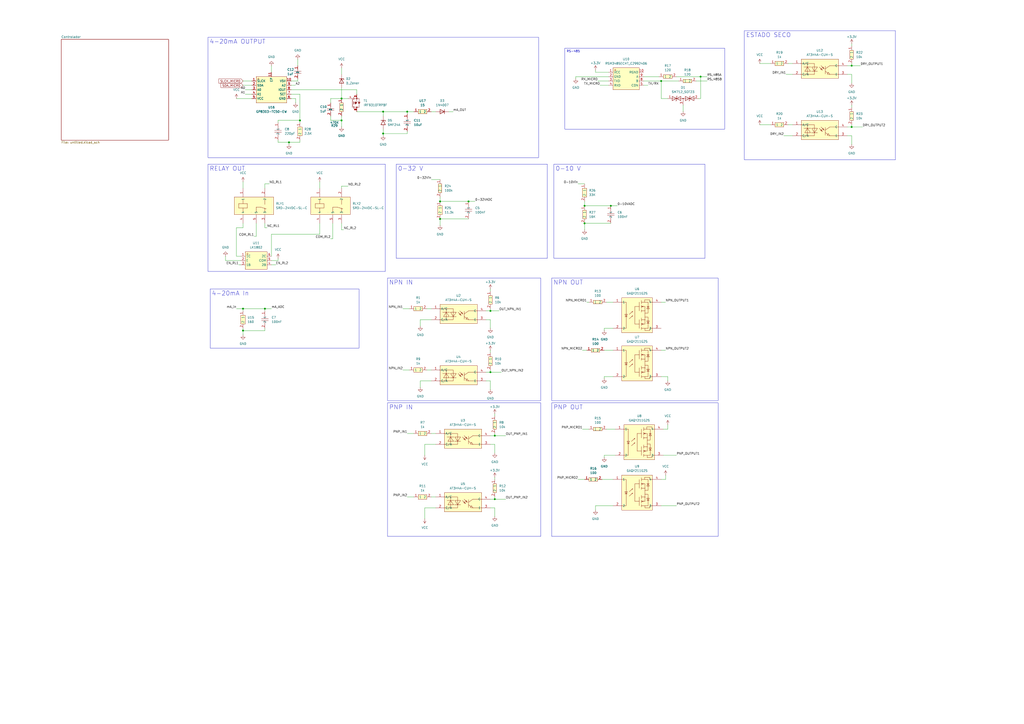
<source format=kicad_sch>
(kicad_sch (version 20250114) (generator "eeschema") (generator_version "9.0")
  (paper "A2")
  (lib_symbols
    (symbol "Device:D_Zener" (pin_numbers (hide yes)) (pin_names (offset 1.016) (hide yes))
      (property "Reference" "D" (at 0 2.54 0))
      (property "Value" "D_Zener" (at 0 -2.54 0))
      (symbol "D_Zener_1_1"
        (pin passive line (at -3.81 0 0) (length 2.54) (name "K") (number "1"))
        (pin passive line (at 3.81 0 180) (length 2.54) (name "A") (number "2"))
      )
    )
    (symbol "Diode:1N4007" (pin_numbers (hide yes)) (pin_names (hide yes))
      (property "Reference" "D" (at 0 2.54 0))
      (property "Value" "1N4007" (at 0 -2.54 0))
      (symbol "1N4007_1_1"
        (pin passive line (at -3.81 0 0) (length 2.54) (name "K") (number "1"))
        (pin passive line (at 3.81 0 180) (length 2.54) (name "A") (number "2"))
      )
    )
    (symbol "Diode:SM712_SOT23" (pin_names (offset 1.016) (hide yes))
      (property "Reference" "D" (at 0 4.445 0))
      (property "Value" "SM712_SOT23" (at 0 2.54 0))
      (symbol "SM712_SOT23_1_1"
        (pin passive line (at -8.89 0 0) (length 2.54) (name "A1") (number "1"))
        (pin input line (at 0 -3.81 90) (length 2.54) (name "common") (number "3"))
        (pin passive line (at 8.89 0 180) (length 2.54) (name "A2") (number "2"))
      )
    )
    (symbol "Diode:SMF24A" (pin_numbers (hide yes)) (pin_names (offset 1.016) (hide yes))
      (property "Reference" "D" (at 0 2.54 0))
      (property "Value" "SMF24A" (at 0 -2.54 0))
      (symbol "SMF24A_1_1"
        (pin passive line (at -3.81 0 0) (length 2.54) (name "A1") (number "1"))
        (pin passive line (at 3.81 0 180) (length 2.54) (name "A2") (number "2"))
      )
    )
    (symbol "EasyEDA:AC0805FR-7W1KL"
      (property "Reference" "R" (at 0 5.08 0))
      (property "Value" "AC0805FR-7W1KL" (at 0 -5.08 0))
      (symbol "AC0805FR-7W1KL_0_1"
        (pin unspecified line (at -5.08 0 0) (length 2.54) (name "1") (number "1"))
        (pin unspecified line (at 5.08 0 180) (length 2.54) (name "2") (number "2"))
      )
    )
    (symbol "EasyEDA:AT3H4A-CUH-S"
      (property "Reference" "U" (at 0 8.89 0))
      (property "Value" "AT3H4A-CUH-S" (at 0 -7.62 0))
      (symbol "AT3H4A-CUH-S_0_1"
        (pin unspecified line (at -16.51 3.81 0) (length 5.08) (name "A/C") (number "1"))
        (pin unspecified line (at -16.51 -2.54 0) (length 5.08) (name "C/A") (number "2"))
        (pin unspecified line (at 15.24 2.54 180) (length 5.08) (name "C") (number "4"))
        (pin unspecified line (at 15.24 -2.54 180) (length 5.08) (name "E") (number "3"))
      )
    )
    (symbol "EasyEDA:CC0603KRX7R8BB221"
      (property "Reference" "C" (at 0 5.08 0))
      (property "Value" "CC0603KRX7R8BB221" (at 0 -5.08 0))
      (symbol "CC0603KRX7R8BB221_0_1"
        (pin unspecified line (at -5.08 0 0) (length 2.54) (name "1") (number "1"))
        (pin unspecified line (at 5.08 0 180) (length 2.54) (name "2") (number "2"))
      )
    )
    (symbol "EasyEDA:CC0603KRX7R9BB104"
      (property "Reference" "C" (at 0 5.08 0))
      (property "Value" "CC0603KRX7R9BB104" (at 0 -5.08 0))
      (symbol "CC0603KRX7R9BB104_0_1"
        (pin unspecified line (at -5.08 0 0) (length 2.54) (name "1") (number "1"))
        (pin unspecified line (at 5.08 0 180) (length 2.54) (name "2") (number "2"))
      )
    )
    (symbol "EasyEDA:CL21B105KOFNNNE"
      (property "Reference" "C" (at 0 5.08 0))
      (property "Value" "CL21B105KOFNNNE" (at 0 -5.08 0))
      (symbol "CL21B105KOFNNNE_0_1"
        (pin input line (at -3.81 0 0) (length 2.54) (name "1") (number "1"))
        (pin input line (at 3.81 0 180) (length 2.54) (name "2") (number "2"))
      )
    )
    (symbol "EasyEDA:CL21B106KAYQNNE"
      (property "Reference" "C" (at 0 5.08 0))
      (property "Value" "CL21B106KAYQNNE" (at 0 -5.08 0))
      (symbol "CL21B106KAYQNNE_0_1"
        (pin unspecified line (at -5.08 0 0) (length 2.54) (name "1") (number "1"))
        (pin unspecified line (at 5.08 0 180) (length 2.54) (name "2") (number "2"))
      )
    )
    (symbol "EasyEDA:FRC0603F1132TS"
      (property "Reference" "R" (at 0 5.08 0))
      (property "Value" "FRC0603F1132TS" (at 0 -5.08 0))
      (symbol "FRC0603F1132TS_0_1"
        (pin unspecified line (at -5.08 0 0) (length 2.54) (name "1") (number "1"))
        (pin unspecified line (at 5.08 0 180) (length 2.54) (name "2") (number "2"))
      )
    )
    (symbol "EasyEDA:FRC0603F3302TS"
      (property "Reference" "R" (at 0 5.08 0))
      (property "Value" "FRC0603F3302TS" (at 0 -5.08 0))
      (symbol "FRC0603F3302TS_0_1"
        (pin unspecified line (at -5.08 0 0) (length 2.54) (name "1") (number "1"))
        (pin unspecified line (at 5.08 0 180) (length 2.54) (name "2") (number "2"))
      )
    )
    (symbol "EasyEDA:FRC0805F1600TS"
      (property "Reference" "U" (at 0 5.08 0))
      (property "Value" "FRC0805F1600TS" (at 0 -5.08 0))
      (symbol "FRC0805F1600TS_0_1"
        (pin unspecified line (at -5.08 0 0) (length 2.54) (name "1") (number "1"))
        (pin unspecified line (at 5.08 0 180) (length 2.54) (name "2") (number "2"))
      )
    )
    (symbol "EasyEDA:FRP1206F15R0TSN"
      (property "Reference" "U" (at 0 5.08 0))
      (property "Value" "FRP1206F15R0TSN" (at 0 -5.08 0))
      (symbol "FRP1206F15R0TSN_0_1"
        (pin unspecified line (at -5.08 0 0) (length 2.54) (name "1") (number "1"))
        (pin unspecified line (at 5.08 0 180) (length 2.54) (name "2") (number "2"))
      )
    )
    (symbol "EasyEDA:FRQ0805F2501TS"
      (property "Reference" "R" (at 0 5.08 0))
      (property "Value" "FRQ0805F2501TS" (at 0 -5.08 0))
      (symbol "FRQ0805F2501TS_0_1"
        (pin unspecified line (at -5.08 0 0) (length 2.54) (name "1") (number "1"))
        (pin unspecified line (at 5.08 0 180) (length 2.54) (name "2") (number "2"))
      )
    )
    (symbol "EasyEDA:GAQY211G2S"
      (property "Reference" "U" (at 0 12.7 0))
      (property "Value" "GAQY211G2S" (at 0 -12.7 0))
      (symbol "GAQY211G2S_0_1"
        (pin unspecified line (at -12.7 7.62 0) (length 5.08) (name "1") (number "1"))
        (pin unspecified line (at -12.7 -7.62 0) (length 5.08) (name "2") (number "2"))
        (pin unspecified line (at 15.24 7.62 180) (length 5.08) (name "4") (number "4"))
        (pin unspecified line (at 15.24 -7.62 180) (length 5.08) (name "3") (number "3"))
      )
    )
    (symbol "EasyEDA:GP8303-TC50-EW"
      (property "Reference" "U" (at 0 15.24 0))
      (property "Value" "GP8303-TC50-EW" (at 0 -10.16 0))
      (symbol "GP8303-TC50-EW_0_1"
        (pin unspecified line (at -11.43 5.08 0) (length 2.54) (name "SLCK") (number "1"))
        (pin unspecified line (at -11.43 2.54 0) (length 2.54) (name "SDA") (number "2"))
        (pin unspecified line (at -11.43 0 0) (length 2.54) (name "A0") (number "3"))
        (pin unspecified line (at -11.43 -2.54 0) (length 2.54) (name "A1") (number "4"))
        (pin unspecified line (at -11.43 -5.08 0) (length 2.54) (name "VCC") (number "5"))
        (pin unspecified line (at 0 10.16 270) (length 2.54) (name "EP") (number "11"))
        (pin unspecified line (at 11.43 5.08 180) (length 2.54) (name "V5V") (number "10"))
        (pin unspecified line (at 11.43 2.54 180) (length 2.54) (name "A2") (number "9"))
        (pin unspecified line (at 11.43 0 180) (length 2.54) (name "IOUT") (number "8"))
        (pin unspecified line (at 11.43 -2.54 180) (length 2.54) (name "SET") (number "7"))
        (pin unspecified line (at 11.43 -5.08 180) (length 2.54) (name "GND") (number "6"))
      )
    )
    (symbol "EasyEDA:LK1802"
      (property "Reference" "U" (at 0 7.62 0))
      (property "Value" "LK1802" (at 0 -7.62 0))
      (symbol "LK1802_0_1"
        (pin unspecified line (at -8.89 2.54 0) (length 2.54) (name "1C") (number "1"))
        (pin unspecified line (at -8.89 0 0) (length 2.54) (name "E") (number "2"))
        (pin unspecified line (at -8.89 -2.54 0) (length 2.54) (name "1B") (number "3"))
        (pin unspecified line (at 8.89 2.54 180) (length 2.54) (name "2C") (number "6"))
        (pin unspecified line (at 8.89 0 180) (length 2.54) (name "COM") (number "5"))
        (pin unspecified line (at 8.89 -2.54 180) (length 2.54) (name "2B") (number "4"))
      )
    )
    (symbol "EasyEDA:RC0603FR-07100KL"
      (property "Reference" "R" (at 0 5.08 0))
      (property "Value" "RC0603FR-07100KL" (at 0 -5.08 0))
      (symbol "RC0603FR-07100KL_0_1"
        (pin unspecified line (at -5.08 0 0) (length 2.54) (name "1") (number "1"))
        (pin unspecified line (at 5.08 0 180) (length 2.54) (name "2") (number "2"))
      )
    )
    (symbol "EasyEDA:RC0603FR-07100RL"
      (property "Reference" "R" (at 0 5.08 0))
      (property "Value" "RC0603FR-07100RL" (at 0 -5.08 0))
      (symbol "RC0603FR-07100RL_0_1"
        (pin input line (at -5.08 0 0) (length 2.54) (name "1") (number "1"))
        (pin input line (at 5.08 0 180) (length 2.54) (name "2") (number "2"))
      )
    )
    (symbol "EasyEDA:RC0603FR-0710KL"
      (property "Reference" "R" (at 0 5.08 0))
      (property "Value" "RC0603FR-0710KL" (at 0 -5.08 0))
      (symbol "RC0603FR-0710KL_0_1"
        (pin input line (at -5.08 0 0) (length 2.54) (name "1") (number "1"))
        (pin input line (at 5.08 0 180) (length 2.54) (name "2") (number "2"))
      )
    )
    (symbol "EasyEDA:RC0603FR-07120RL"
      (property "Reference" "R" (at 0 5.08 0))
      (property "Value" "RC0603FR-07120RL" (at 0 -5.08 0))
      (symbol "RC0603FR-07120RL_0_1"
        (pin input line (at -5.08 0 0) (length 2.54) (name "1") (number "1"))
        (pin input line (at 5.08 0 180) (length 2.54) (name "2") (number "2"))
      )
    )
    (symbol "EasyEDA:RC0603FR-0716KL"
      (property "Reference" "R" (at 0 5.08 0))
      (property "Value" "RC0603FR-0716KL" (at 0 -5.08 0))
      (symbol "RC0603FR-0716KL_0_1"
        (pin input line (at -5.08 0 0) (length 2.54) (name "1") (number "1"))
        (pin input line (at 5.08 0 180) (length 2.54) (name "2") (number "2"))
      )
    )
    (symbol "EasyEDA:RC0603FR-07470KL"
      (property "Reference" "R" (at 0 5.08 0))
      (property "Value" "RC0603FR-07470KL" (at 0 -5.08 0))
      (symbol "RC0603FR-07470KL_0_1"
        (pin input line (at -5.08 0 0) (length 2.54) (name "1") (number "1"))
        (pin input line (at 5.08 0 180) (length 2.54) (name "2") (number "2"))
      )
    )
    (symbol "EasyEDA:RSM3485ECHT_C2992406"
      (property "Reference" "U" (at 0 8.89 0))
      (property "Value" "RSM3485ECHT_C2992406" (at 0 -8.89 0))
      (symbol "RSM3485ECHT_C2992406_0_1"
        (pin unspecified line (at -10.16 3.81 0) (length 2.54) (name "VCC") (number "1"))
        (pin unspecified line (at -10.16 1.27 0) (length 2.54) (name "GND") (number "2"))
        (pin unspecified line (at -10.16 -1.27 0) (length 2.54) (name "TXD") (number "3"))
        (pin unspecified line (at -10.16 -3.81 0) (length 2.54) (name "RXD") (number "4"))
        (pin unspecified line (at 10.16 3.81 180) (length 2.54) (name "RGND") (number "10"))
        (pin unspecified line (at 10.16 1.27 180) (length 2.54) (name "A") (number "9"))
        (pin unspecified line (at 10.16 -1.27 180) (length 2.54) (name "B") (number "8"))
        (pin unspecified line (at 10.16 -3.81 180) (length 2.54) (name "CON") (number "5"))
      )
    )
    (symbol "EasyEDA:SRD-24VDC-SL-C"
      (property "Reference" "RLY" (at 0 11.43 0))
      (property "Value" "SRD-24VDC-SL-C" (at 0 -11.43 0))
      (symbol "SRD-24VDC-SL-C_0_1"
        (pin input line (at -10.16 6.35 0) (length 5.08) (name "2") (number "2"))
        (pin input line (at -10.16 -6.35 0) (length 5.08) (name "1") (number "1"))
        (pin input line (at 10.16 6.35 180) (length 5.08) (name "3") (number "3"))
        (pin input line (at 10.16 1.27 180) (length 5.08) (name "5") (number "5"))
        (pin input line (at 10.16 -6.35 180) (length 5.08) (name "4") (number "4"))
      )
    )
    (symbol "Riqi_Parts:IRF9310TRPBF" (pin_names (offset 1.016))
      (property "Reference" "T" (at -6.35 -1.27 0))
      (property "Value" "IRF9310TRPBF" (at -6.35 -3.81 0))
      (symbol "IRF9310TRPBF_0_0"
        (pin passive line (at -2.54 2.54 0) (length 2.54) (name "~") (number "4"))
        (pin passive line (at 2.54 5.08 270) (length 2.54) (name "~") (number "1"))
        (pin passive line (at 2.54 5.08 270) (length 2.54) (name "~") (number "2"))
        (pin passive line (at 2.54 5.08 270) (length 2.54) (name "~") (number "3"))
        (pin passive line (at 2.54 -5.08 90) (length 2.54) (name "~") (number "5"))
        (pin passive line (at 2.54 -5.08 90) (length 2.54) (name "~") (number "6"))
        (pin passive line (at 2.54 -5.08 90) (length 2.54) (name "~") (number "7"))
        (pin passive line (at 2.54 -5.08 90) (length 2.54) (name "~") (number "8"))
      )
    )
    (symbol "power:+3.3V" (power) (pin_numbers (hide yes)) (pin_names (offset 0) (hide yes))
      (property "Value" "+3.3V" (at 0 3.556 0))
      (symbol "+3.3V_1_1"
        (pin power_in line (at 0 0 90) (length 0) (name "~") (number "1"))
      )
    )
    (symbol "power:GND" (power) (pin_numbers (hide yes)) (pin_names (offset 0) (hide yes))
      (property "Value" "GND" (at 0 -3.81 0))
      (symbol "GND_1_1"
        (pin power_in line (at 0 0 270) (length 0) (name "~") (number "1"))
      )
    )
    (symbol "power:VCC" (power) (pin_numbers (hide yes)) (pin_names (offset 0) (hide yes))
      (property "Value" "VCC" (at 0 3.556 0))
      (symbol "VCC_1_1"
        (pin power_in line (at 0 0 90) (length 0) (name "~") (number "1"))
      )
    )
  )
  (text_box "PNP IN\n" (at 224.79 233.68 0) (size 88.9 77.47) (margins 0.9525 0.9525 0.9525 0.9525) (effects (font (size 2.54 2.54)) (justify left top)))
  (text_box "0-10 V" (at 321.31 95.25 0) (size 87.63 54.61) (margins 0.9525 0.9525 0.9525 0.9525) (effects (font (size 2.54 2.54)) (justify left top)))
  (text_box "0-32 V" (at 229.87 95.25 0) (size 87.63 54.61) (margins 0.9525 0.9525 0.9525 0.9525) (effects (font (size 2.54 2.54)) (justify left top)))
  (text_box "RELAY OUT\n" (at 120.65 95.25 0) (size 102.87 62.23) (margins 0.9525 0.9525 0.9525 0.9525) (effects (font (size 2.54 2.54)) (justify left top)))
  (text_box "ESTADO SECO" (at 431.8 17.78 0) (size 87.63 74.93) (margins 0.9525 0.9525 0.9525 0.9525) (effects (font (size 2.54 2.54)) (justify left top)))
  (text_box "4-20mA OUTPUT" (at 120.65 21.59 0) (size 191.77 69.85) (margins 0.9525 0.9525 0.9525 0.9525) (effects (font (size 2.54 2.54)) (justify left top)))
  (text_box "4-20mA In" (at 121.92 167.64 0) (size 86.36 34.29) (margins 0.9525 0.9525 0.9525 0.9525) (effects (font (size 2.54 2.54)) (justify left top)))
  (text_box "NPN OUT\n" (at 320.04 161.29 0) (size 96.52 71.12) (margins 0.9525 0.9525 0.9525 0.9525) (effects (font (size 2.54 2.54)) (justify left top)))
  (text_box "NPN IN\n\n\n" (at 224.79 161.29 0) (size 88.9 71.12) (margins 0.9525 0.9525 0.9525 0.9525) (effects (font (size 2.54 2.54)) (justify left top)))
  (text_box "RS-485" (at 327.66 27.94 0) (size 92.71 46.99) (margins 0.9525 0.9525 0.9525 0.9525) (effects (font (size 1.27 1.27)) (justify left top)))
  (text_box "PNP OUT\n" (at 320.04 233.68 0) (size 96.52 77.47) (margins 0.9525 0.9525 0.9525 0.9525) (effects (font (size 2.54 2.54)) (justify left top)))
  (junction (at 494.03 73.66))
  (junction (at 173.99 69.85))
  (junction (at 222.25 77.47))
  (junction (at 494.03 38.1))
  (junction (at 167.64 82.55))
  (junction (at 287.02 252.73))
  (junction (at 271.78 116.84))
  (junction (at 284.48 215.9))
  (junction (at 198.12 69.85))
  (junction (at 153.67 179.07))
  (junction (at 339.09 129.54))
  (junction (at 287.02 289.56))
  (junction (at 140.97 179.07))
  (junction (at 284.48 180.34))
  (junction (at 236.22 64.77))
  (junction (at 354.33 119.38))
  (junction (at 339.09 119.38))
  (junction (at 255.27 116.84))
  (junction (at 140.97 191.77))
  (junction (at 222.25 64.77))
  (junction (at 406.4 44.45))
  (junction (at 255.27 127))
  (junction (at 198.12 57.15))
  (junction (at 383.54 46.99))
  (wire (pts (xy 373.38 46.99) (xy 383.54 46.99)))
  (wire (pts (xy 255.27 114.3) (xy 255.27 116.84)))
  (wire (pts (xy 494.03 38.1) (xy 499.11 38.1)))
  (wire (pts (xy 153.67 106.68) (xy 153.67 109.22)))
  (wire (pts (xy 243.84 189.23) (xy 243.84 185.42)))
  (wire (pts (xy 157.48 38.1) (xy 157.48 41.91)))
  (wire (pts (xy 284.48 220.98) (xy 281.94 220.98)))
  (wire (pts (xy 494.03 60.96) (xy 494.03 62.23)))
  (wire (pts (xy 287.02 262.89) (xy 287.02 257.81)))
  (wire (pts (xy 199.39 133.35) (xy 198.12 133.35)))
  (wire (pts (xy 387.35 57.15) (xy 383.54 57.15)))
  (wire (pts (xy 440.69 72.39) (xy 447.04 72.39)))
  (wire (pts (xy 287.02 251.46) (xy 287.02 252.73)))
  (wire (pts (xy 383.54 46.99) (xy 393.7 46.99)))
  (wire (pts (xy 345.44 41.91) (xy 353.06 41.91)))
  (wire (pts (xy 142.24 54.61) (xy 146.05 54.61)))
  (wire (pts (xy 140.97 179.07) (xy 153.67 179.07)))
  (wire (pts (xy 457.2 72.39) (xy 459.74 72.39)))
  (wire (pts (xy 494.03 73.66) (xy 491.49 73.66)))
  (wire (pts (xy 334.01 44.45) (xy 353.06 44.45)))
  (wire (pts (xy 140.97 105.41) (xy 140.97 109.22)))
  (wire (pts (xy 457.2 36.83) (xy 459.74 36.83)))
  (wire (pts (xy 284.48 167.64) (xy 284.48 168.91)))
  (wire (pts (xy 494.03 72.39) (xy 494.03 73.66)))
  (wire (pts (xy 351.79 248.92) (xy 356.87 248.92)))
  (wire (pts (xy 173.99 54.61) (xy 173.99 69.85)))
  (wire (pts (xy 173.99 82.55) (xy 167.64 82.55)))
  (wire (pts (xy 247.65 214.63) (xy 250.19 214.63)))
  (wire (pts (xy 454.66 78.74) (xy 459.74 78.74)))
  (wire (pts (xy 339.09 129.54) (xy 339.09 133.35)))
  (wire (pts (xy 198.12 69.85) (xy 198.12 73.66)))
  (wire (pts (xy 168.91 52.07) (xy 207.01 52.07)))
  (wire (pts (xy 222.25 64.77) (xy 207.01 64.77)))
  (wire (pts (xy 383.54 293.37) (xy 392.43 293.37)))
  (wire (pts (xy 345.44 40.64) (xy 345.44 41.91)))
  (wire (pts (xy 387.35 248.92) (xy 384.81 248.92)))
  (wire (pts (xy 287.02 294.64) (xy 284.48 294.64)))
  (wire (pts (xy 440.69 36.83) (xy 447.04 36.83)))
  (wire (pts (xy 236.22 64.77) (xy 240.03 64.77)))
  (wire (pts (xy 246.38 294.64) (xy 252.73 294.64)))
  (wire (pts (xy 494.03 36.83) (xy 494.03 38.1)))
  (wire (pts (xy 284.48 179.07) (xy 284.48 180.34)))
  (wire (pts (xy 373.38 44.45) (xy 382.27 44.45)))
  (wire (pts (xy 403.86 46.99) (xy 410.21 46.99)))
  (wire (pts (xy 284.48 185.42) (xy 281.94 185.42)))
  (wire (pts (xy 250.19 288.29) (xy 252.73 288.29)))
  (wire (pts (xy 233.68 214.63) (xy 237.49 214.63)))
  (wire (pts (xy 222.25 74.93) (xy 222.25 77.47)))
  (wire (pts (xy 287.02 299.72) (xy 287.02 294.64)))
  (wire (pts (xy 287.02 276.86) (xy 287.02 278.13)))
  (wire (pts (xy 153.67 179.07) (xy 157.48 179.07)))
  (wire (pts (xy 405.13 57.15) (xy 406.4 57.15)))
  (wire (pts (xy 191.77 69.85) (xy 198.12 69.85)))
  (wire (pts (xy 386.08 278.13) (xy 383.54 278.13)))
  (wire (pts (xy 167.64 82.55) (xy 167.64 83.82)))
  (wire (pts (xy 198.12 69.85) (xy 198.12 67.31)))
  (wire (pts (xy 287.02 257.81) (xy 284.48 257.81)))
  (wire (pts (xy 153.67 132.08) (xy 153.67 129.54)))
  (wire (pts (xy 383.54 203.2) (xy 386.08 203.2)))
  (wire (pts (xy 250.19 251.46) (xy 252.73 251.46)))
  (wire (pts (xy 392.43 44.45) (xy 406.4 44.45)))
  (wire (pts (xy 198.12 39.37) (xy 198.12 43.18)))
  (wire (pts (xy 349.25 278.13) (xy 355.6 278.13)))
  (wire (pts (xy 387.35 246.38) (xy 387.35 248.92)))
  (wire (pts (xy 153.67 179.07) (xy 153.67 180.34)))
  (wire (pts (xy 236.22 66.04) (xy 236.22 64.77)))
  (wire (pts (xy 284.48 215.9) (xy 281.94 215.9)))
  (wire (pts (xy 172.72 45.72) (xy 172.72 46.99)))
  (wire (pts (xy 345.44 293.37) (xy 355.6 293.37)))
  (wire (pts (xy 284.48 190.5) (xy 284.48 185.42)))
  (wire (pts (xy 161.29 69.85) (xy 161.29 71.12)))
  (wire (pts (xy 168.91 54.61) (xy 173.99 54.61)))
  (wire (pts (xy 250.19 104.14) (xy 255.27 104.14)))
  (wire (pts (xy 284.48 180.34) (xy 289.56 180.34)))
  (wire (pts (xy 339.09 119.38) (xy 354.33 119.38)))
  (wire (pts (xy 246.38 257.81) (xy 246.38 264.16)))
  (wire (pts (xy 191.77 138.43) (xy 193.04 138.43)))
  (wire (pts (xy 287.02 240.03) (xy 287.02 241.3)))
  (wire (pts (xy 140.97 190.5) (xy 140.97 191.77)))
  (wire (pts (xy 284.48 203.2) (xy 284.48 204.47)))
  (wire (pts (xy 168.91 49.53) (xy 171.45 49.53)))
  (wire (pts (xy 233.68 179.07) (xy 237.49 179.07)))
  (wire (pts (xy 386.08 275.59) (xy 386.08 278.13)))
  (wire (pts (xy 142.24 52.07) (xy 146.05 52.07)))
  (wire (pts (xy 146.05 49.53) (xy 140.97 49.53)))
  (wire (pts (xy 191.77 59.69) (xy 191.77 57.15)))
  (wire (pts (xy 198.12 50.8) (xy 198.12 57.15)))
  (wire (pts (xy 146.05 46.99) (xy 140.97 46.99)))
  (wire (pts (xy 396.24 60.96) (xy 396.24 64.77)))
  (wire (pts (xy 350.52 190.5) (xy 355.6 190.5)))
  (wire (pts (xy 148.59 137.16) (xy 148.59 129.54)))
  (wire (pts (xy 172.72 46.99) (xy 168.91 46.99)))
  (wire (pts (xy 287.02 289.56) (xy 293.37 289.56)))
  (wire (pts (xy 351.79 175.26) (xy 355.6 175.26)))
  (wire (pts (xy 350.52 191.77) (xy 350.52 190.5)))
  (wire (pts (xy 350.52 265.43) (xy 350.52 264.16)))
  (wire (pts (xy 130.81 151.13) (xy 139.7 151.13)))
  (wire (pts (xy 157.48 148.59) (xy 157.48 135.89)))
  (wire (pts (xy 137.16 179.07) (xy 140.97 179.07)))
  (wire (pts (xy 236.22 64.77) (xy 222.25 64.77)))
  (wire (pts (xy 255.27 127) (xy 271.78 127)))
  (wire (pts (xy 171.45 57.15) (xy 168.91 57.15)))
  (wire (pts (xy 287.02 252.73) (xy 293.37 252.73)))
  (wire (pts (xy 161.29 151.13) (xy 157.48 151.13)))
  (wire (pts (xy 284.48 215.9) (xy 290.83 215.9)))
  (wire (pts (xy 198.12 133.35) (xy 198.12 129.54)))
  (wire (pts (xy 287.02 252.73) (xy 284.48 252.73)))
  (wire (pts (xy 222.25 77.47) (xy 222.25 78.74)))
  (wire (pts (xy 255.27 116.84) (xy 271.78 116.84)))
  (wire (pts (xy 373.38 49.53) (xy 375.92 49.53)))
  (wire (pts (xy 337.82 203.2) (xy 340.36 203.2)))
  (wire (pts (xy 236.22 288.29) (xy 240.03 288.29)))
  (wire (pts (xy 140.97 179.07) (xy 140.97 180.34)))
  (wire (pts (xy 354.33 119.38) (xy 358.14 119.38)))
  (wire (pts (xy 494.03 25.4) (xy 494.03 26.67)))
  (wire (pts (xy 350.52 203.2) (xy 355.6 203.2)))
  (wire (pts (xy 346.71 46.99) (xy 353.06 46.99)))
  (wire (pts (xy 494.03 43.18) (xy 491.49 43.18)))
  (wire (pts (xy 201.93 107.95) (xy 198.12 107.95)))
  (wire (pts (xy 161.29 69.85) (xy 173.99 69.85)))
  (wire (pts (xy 161.29 149.86) (xy 161.29 151.13)))
  (wire (pts (xy 198.12 107.95) (xy 198.12 109.22)))
  (wire (pts (xy 236.22 77.47) (xy 236.22 76.2)))
  (wire (pts (xy 157.48 135.89) (xy 185.42 135.89)))
  (wire (pts (xy 246.38 294.64) (xy 246.38 300.99)))
  (wire (pts (xy 140.97 132.08) (xy 140.97 129.54)))
  (wire (pts (xy 384.81 264.16) (xy 392.43 264.16)))
  (wire (pts (xy 157.48 153.67) (xy 160.02 153.67)))
  (wire (pts (xy 387.35 218.44) (xy 383.54 218.44)))
  (wire (pts (xy 191.77 57.15) (xy 198.12 57.15)))
  (wire (pts (xy 154.94 132.08) (xy 153.67 132.08)))
  (wire (pts (xy 243.84 220.98) (xy 243.84 224.79)))
  (wire (pts (xy 207.01 52.07) (xy 207.01 54.61)))
  (wire (pts (xy 284.48 214.63) (xy 284.48 215.9)))
  (wire (pts (xy 339.09 129.54) (xy 354.33 129.54)))
  (wire (pts (xy 198.12 57.15) (xy 201.93 57.15)))
  (wire (pts (xy 173.99 69.85) (xy 173.99 71.12)))
  (wire (pts (xy 383.54 175.26) (xy 386.08 175.26)))
  (wire (pts (xy 185.42 135.89) (xy 185.42 129.54)))
  (wire (pts (xy 222.25 67.31) (xy 222.25 64.77)))
  (wire (pts (xy 337.82 248.92) (xy 341.63 248.92)))
  (wire (pts (xy 255.27 127) (xy 255.27 130.81)))
  (wire (pts (xy 173.99 81.28) (xy 173.99 82.55)))
  (wire (pts (xy 137.16 57.15) (xy 146.05 57.15)))
  (wire (pts (xy 334.01 45.72) (xy 334.01 44.45)))
  (wire (pts (xy 494.03 83.82) (xy 494.03 78.74)))
  (wire (pts (xy 147.32 137.16) (xy 148.59 137.16)))
  (wire (pts (xy 387.35 220.98) (xy 387.35 218.44)))
  (wire (pts (xy 340.36 175.26) (xy 341.63 175.26)))
  (wire (pts (xy 153.67 190.5) (xy 153.67 191.77)))
  (wire (pts (xy 350.52 218.44) (xy 355.6 218.44)))
  (wire (pts (xy 191.77 67.31) (xy 191.77 69.85)))
  (wire (pts (xy 406.4 44.45) (xy 410.21 44.45)))
  (wire (pts (xy 140.97 191.77) (xy 140.97 194.31)))
  (wire (pts (xy 335.28 278.13) (xy 339.09 278.13)))
  (wire (pts (xy 172.72 34.29) (xy 172.72 38.1)))
  (wire (pts (xy 130.81 148.59) (xy 130.81 151.13)))
  (wire (pts (xy 284.48 180.34) (xy 281.94 180.34)))
  (wire (pts (xy 339.09 116.84) (xy 339.09 119.38)))
  (wire (pts (xy 455.93 43.18) (xy 459.74 43.18)))
  (wire (pts (xy 246.38 257.81) (xy 252.73 257.81)))
  (wire (pts (xy 236.22 77.47) (xy 222.25 77.47)))
  (wire (pts (xy 350.52 219.71) (xy 350.52 218.44)))
  (wire (pts (xy 345.44 295.91) (xy 345.44 293.37)))
  (wire (pts (xy 167.64 82.55) (xy 161.29 82.55)))
  (wire (pts (xy 185.42 105.41) (xy 185.42 109.22)))
  (wire (pts (xy 250.19 64.77) (xy 252.73 64.77)))
  (wire (pts (xy 193.04 138.43) (xy 193.04 129.54)))
  (wire (pts (xy 335.28 106.68) (xy 339.09 106.68)))
  (wire (pts (xy 247.65 179.07) (xy 250.19 179.07)))
  (wire (pts (xy 138.43 153.67) (xy 139.7 153.67)))
  (wire (pts (xy 161.29 82.55) (xy 161.29 81.28)))
  (wire (pts (xy 236.22 251.46) (xy 240.03 251.46)))
  (wire (pts (xy 171.45 59.69) (xy 171.45 57.15)))
  (wire (pts (xy 284.48 226.06) (xy 284.48 220.98)))
  (wire (pts (xy 494.03 78.74) (xy 491.49 78.74)))
  (wire (pts (xy 260.35 64.77) (xy 262.89 64.77)))
  (wire (pts (xy 137.16 148.59) (xy 137.16 132.08)))
  (wire (pts (xy 140.97 191.77) (xy 153.67 191.77)))
  (wire (pts (xy 287.02 288.29) (xy 287.02 289.56)))
  (wire (pts (xy 383.54 57.15) (xy 383.54 46.99)))
  (wire (pts (xy 243.84 220.98) (xy 250.19 220.98)))
  (wire (pts (xy 347.98 49.53) (xy 353.06 49.53)))
  (wire (pts (xy 243.84 185.42) (xy 250.19 185.42)))
  (wire (pts (xy 137.16 132.08) (xy 140.97 132.08)))
  (wire (pts (xy 494.03 38.1) (xy 491.49 38.1)))
  (wire (pts (xy 139.7 148.59) (xy 137.16 148.59)))
  (wire (pts (xy 287.02 289.56) (xy 284.48 289.56)))
  (wire (pts (xy 494.03 73.66) (xy 500.38 73.66)))
  (wire (pts (xy 494.03 48.26) (xy 494.03 43.18)))
  (wire (pts (xy 406.4 57.15) (xy 406.4 44.45)))
  (wire (pts (xy 271.78 116.84) (xy 275.59 116.84)))
  (wire (pts (xy 156.21 106.68) (xy 153.67 106.68)))
  (wire (pts (xy 350.52 264.16) (xy 356.87 264.16)))
  (label "NC_RL2" (at 199.39 133.35 0))
  (label "TX_MICRO" (at 347.98 49.53 180))
  (label "NPN_IN2" (at 233.68 214.63 180))
  (label "0-10VADC" (at 358.14 119.38 0))
  (label "mA_in" (at 137.16 179.07 180))
  (label "NPN_MICRO1" (at 340.36 175.26 180))
  (label "OUT_NPN_IN2" (at 290.83 215.9 0))
  (label "NPN_MICRO2" (at 337.82 203.2 180))
  (label "mA_OUT" (at 262.89 64.77 0))
  (label "PNP_IN2" (at 236.22 288.29 180))
  (label "DRY_IN1" (at 455.93 43.18 180))
  (label "OUT_NPN_IN1" (at 289.56 180.34 0))
  (label "DRY_OUTPUT1" (at 499.11 38.1 0))
  (label "COM_RL1" (at 147.32 137.16 180))
  (label "A2" (at 171.45 49.53 0))
  (label "PNP_MICRO2" (at 335.28 278.13 180))
  (label "TX{slash}RX" (at 375.92 49.53 0))
  (label "EN_RL2" (at 160.02 153.67 0))
  (label "OUT_PNP_IN1" (at 293.37 252.73 0))
  (label "RS_485B" (at 410.21 46.99 0))
  (label "EN_RL1" (at 138.43 153.67 180))
  (label "PNP_IN1" (at 236.22 251.46 180))
  (label "DRY_IN2" (at 454.66 78.74 180))
  (label "PNP_MICRO1" (at 337.82 248.92 180))
  (label "NO_RL1" (at 156.21 106.68 0))
  (label "NPN_OUTPUT2" (at 386.08 203.2 0))
  (label "PNP_OUTPUT1" (at 392.43 264.16 0))
  (label "NPN_OUTPUT1" (at 386.08 175.26 0))
  (label "NO_RL2" (at 201.93 107.95 0))
  (label "NPN_IN1" (at 233.68 179.07 180))
  (label "COM_RL2" (at 191.77 138.43 180))
  (label "0-32Vin" (at 250.19 104.14 180))
  (label "PNP_OUTPUT2" (at 392.43 293.37 0))
  (label "NC_RL1" (at 154.94 132.08 0))
  (label "0-10Vin" (at 335.28 106.68 180))
  (label "mA_ADC" (at 157.48 179.07 0))
  (label "OUT_PNP_IN2" (at 293.37 289.56 0))
  (label "0-32VADC" (at 275.59 116.84 0))
  (label "RS_485A" (at 410.21 44.45 0))
  (label "RX_MICRO" (at 346.71 46.99 180))
  (label "A0" (at 142.24 52.07 180))
  (label "A1" (at 142.24 54.61 180))
  (label "DRY_OUTPUT2" (at 500.38 73.66 0))
  (global_label "SDA_MICRO" (shape input) (at 140.97 49.53 180) (property "Intersheetrefs" "${INTERSHEET_REFS}" (effects (hide yes))))
  (global_label "SLCK_MICRO" (shape input) (at 140.97 46.99 180) (property "Intersheetrefs" "${INTERSHEET_REFS}" (effects (hide yes))))
  (symbol (lib_id "power:VCC") (at 161.29 149.86 0) (unit 1)
    (property "Reference" "#PWR031" (effects (hide yes)))
    (property "Value" "VCC" (at 161.29 144.78 0))
    (property "Description" "Power symbol creates a global label with name \"VCC\"" (effects (hide yes)))
  )
  (symbol (lib_id "power:GND") (at 350.52 265.43 0) (unit 1)
    (property "Reference" "#PWR021" (effects (hide yes)))
    (property "Value" "GND" (at 350.52 270.51 0))
    (property "Description" "Power symbol creates a global label with name \"GND\" , ground" (effects (hide yes)))
  )
  (symbol (lib_id "power:+3.3V") (at 284.48 167.64 0) (unit 1)
    (property "Reference" "#PWR07" (effects (hide yes)))
    (property "Value" "+3.3V" (at 284.48 163.576 0))
    (property "Description" "Power symbol creates a global label with name \"+3.3V\"" (effects (hide yes)))
  )
  (symbol (lib_id "power:+3.3V") (at 345.44 40.64 0) (unit 1)
    (property "Reference" "#PWR026" (effects (hide yes)))
    (property "Value" "+3.3V" (at 345.44 36.576 0))
    (property "Description" "Power symbol creates a global label with name \"+3.3V\"" (effects (hide yes)))
  )
  (symbol (lib_id "power:GND") (at 167.64 83.82 0) (unit 1)
    (property "Reference" "#PWR050" (effects (hide yes)))
    (property "Value" "GND" (at 167.64 88.9 0))
    (property "Description" "Power symbol creates a global label with name \"GND\" , ground" (effects (hide yes)))
  )
  (symbol (lib_id "power:GND") (at 284.48 190.5 0) (unit 1)
    (property "Reference" "#PWR08" (effects (hide yes)))
    (property "Value" "GND" (at 284.48 195.58 0))
    (property "Description" "Power symbol creates a global label with name \"GND\" , ground" (effects (hide yes)))
  )
  (symbol (lib_id "power:GND") (at 284.48 226.06 0) (unit 1)
    (property "Reference" "#PWR015" (effects (hide yes)))
    (property "Value" "GND" (at 284.48 231.14 0))
    (property "Description" "Power symbol creates a global label with name \"GND\" , ground" (effects (hide yes)))
  )
  (symbol (lib_id "EasyEDA:FRC0805F1600TS") (at 140.97 185.42 270) (unit 1)
    (property "Reference" "U15" (at 143.51 184.1499 90) (effects (justify left)))
    (property "Value" "160" (at 143.51 186.6899 90) (effects (justify left)))
    (property "Footprint" "EasyEDA:R0805" (effects (hide yes)))
    (property "LCSC Part" "C2960793" (effects (hide yes)))
  )
  (symbol (lib_id "EasyEDA:RC0603FR-0710KL") (at 287.02 283.21 270) (unit 1)
    (property "Reference" "R12" (at 289.56 281.9399 90) (effects (justify left)))
    (property "Value" "10k" (at 289.56 284.4799 90) (effects (justify left)))
    (property "Footprint" "EasyEDA:R0603" (effects (hide yes)))
    (property "Datasheet" "https://lcsc.com/product-detail/Chip-Resistor-Surface-Mount_10KR-1_C98220.html" (effects (hide yes)))
    (property "LCSC Part" "C98220" (effects (hide yes)))
  )
  (symbol (lib_id "Diode:SMF24A") (at 222.25 71.12 270) (unit 1)
    (property "Reference" "D5" (at 224.79 69.8499 90) (effects (justify left)))
    (property "Value" "SMF24A" (at 224.79 72.3899 90) (effects (justify left)))
    (property "Footprint" "Diode_SMD:D_SMF" (effects (hide yes)))
    (property "Datasheet" "https://www.vishay.com/doc?85881" (effects (hide yes)))
    (property "Description" "200W unidirectional Transil Transient Voltage Suppressor, 24Vrwm, SMF" (effects (hide yes)))
  )
  (symbol (lib_id "EasyEDA:AT3H4A-CUH-S") (at 476.25 76.2 0) (unit 1)
    (property "Reference" "U13" (at 475.49 64.77 0))
    (property "Value" "AT3H4A-CUH-S" (at 475.49 67.31 0))
    (property "Footprint" "EasyEDA:SSOP-4_L2.7-W4.6-P1.27-LS7.0-TL" (effects (hide yes)))
    (property "LCSC Part" "C20612634" (effects (hide yes)))
  )
  (symbol (lib_id "EasyEDA:AT3H4A-CUH-S") (at 269.24 255.27 0) (unit 1)
    (property "Reference" "U3" (at 268.48 243.84 0))
    (property "Value" "AT3H4A-CUH-S" (at 268.48 246.38 0))
    (property "Footprint" "EasyEDA:SSOP-4_L2.7-W4.6-P1.27-LS7.0-TL" (effects (hide yes)))
    (property "LCSC Part" "C20612634" (effects (hide yes)))
  )
  (symbol (lib_id "power:GND") (at 287.02 299.72 0) (unit 1)
    (property "Reference" "#PWR018" (effects (hide yes)))
    (property "Value" "GND" (at 287.02 304.8 0))
    (property "Description" "Power symbol creates a global label with name \"GND\" , ground" (effects (hide yes)))
  )
  (symbol (lib_id "EasyEDA:GAQY211G2S") (at 369.57 256.54 0) (unit 1)
    (property "Reference" "U8" (at 370.84 241.3 0))
    (property "Value" "GAQY211G2S" (at 370.84 243.84 0))
    (property "Footprint" "EasyEDA:SOP-4_L4.4-W4.3-P2.54-LS6.8-BL" (effects (hide yes)))
    (property "LCSC Part" "C7435104" (effects (hide yes)))
  )
  (symbol (lib_id "power:GND") (at 222.25 78.74 0) (unit 1)
    (property "Reference" "#PWR052" (effects (hide yes)))
    (property "Value" "GND" (at 222.25 83.82 0))
    (property "Description" "Power symbol creates a global label with name \"GND\" , ground" (effects (hide yes)))
  )
  (symbol (lib_id "EasyEDA:FRQ0805F2501TS") (at 173.99 76.2 270) (unit 1)
    (property "Reference" "R28" (at 176.53 74.9299 90) (effects (justify left)))
    (property "Value" "2.5K" (at 176.53 77.4699 90) (effects (justify left)))
    (property "Footprint" "EasyEDA:R0805" (effects (hide yes)))
    (property "LCSC Part" "C5713447" (effects (hide yes)))
  )
  (symbol (lib_id "Riqi_Parts:IRF9310TRPBF") (at 204.47 59.69 0) (unit 1)
    (property "Reference" "T1" (at 210.82 58.4199 0) (effects (justify left)))
    (property "Value" "IRF9310TRPBF" (at 210.82 60.9599 0) (effects (justify left)))
    (property "Footprint" "IRF9310TRPBF:SO-8" (effects (hide yes)))
    (property "STATUS" "OK - Barboule" (effects (hide yes)))
    (property "MF" "Infineon Technologies" (effects (hide yes)))
    (property "Description_1" "IRF9310TRPBF P-channel MOSFET Transistor, 20 A, 30 V, 8-Pin SOIC | Infineon IRF9310TRPBF" (effects (hide yes)))
    (property "Package" "SO-8 Infineon Technologies" (effects (hide yes)))
    (property "Price" "None" (effects (hide yes)))
    (property "Check_prices" "https://www.snapeda.com/parts/IRF9310TRPBF/Infineon/view-part/?ref=eda" (effects (hide yes)))
    (property "SnapEDA_Link" "https://www.snapeda.com/parts/IRF9310TRPBF/Infineon/view-part/?ref=snap" (effects (hide yes)))
    (property "MP" "IRF9310TRPBF" (effects (hide yes)))
    (property "ERECA" "non géré" (effects (hide yes)))
    (property "Availability" "In Stock" (effects (hide yes)))
    (property "FABRICANT" "Infineon Technologies" (effects (hide yes)))
  )
  (symbol (lib_id "EasyEDA:CC0603KRX7R9BB104") (at 354.33 124.46 270) (unit 1)
    (property "Reference" "C6" (at 358.14 123.1899 90) (effects (justify left)))
    (property "Value" "100nF" (at 358.14 125.7299 90) (effects (justify left)))
    (property "Footprint" "EasyEDA:C0603" (effects (hide yes)))
    (property "Datasheet" "https://lcsc.com/product-detail/Multilayer-Ceramic-Capacitors-MLCC-SMD-SMT_100nF-104-10-50V_C14663.html" (effects (hide yes)))
    (property "LCSC Part" "C14663" (effects (hide yes)))
  )
  (symbol (lib_id "power:VCC") (at 440.69 36.83 0) (unit 1)
    (property "Reference" "#PWR036" (effects (hide yes)))
    (property "Value" "VCC" (at 440.69 31.75 0))
    (property "Description" "Power symbol creates a global label with name \"VCC\"" (effects (hide yes)))
  )
  (symbol (lib_id "power:VCC") (at 440.69 72.39 0) (unit 1)
    (property "Reference" "#PWR037" (effects (hide yes)))
    (property "Value" "VCC" (at 440.69 67.31 0))
    (property "Description" "Power symbol creates a global label with name \"VCC\"" (effects (hide yes)))
  )
  (symbol (lib_id "EasyEDA:SRD-24VDC-SL-C") (at 191.77 119.38 270) (unit 1)
    (property "Reference" "RLY2" (at 204.47 118.1099 90) (effects (justify left)))
    (property "Value" "SRD-24VDC-SL-C" (at 204.47 120.6499 90) (effects (justify left)))
    (property "Footprint" "EasyEDA:RELAY-TH_SRD-XXVDC-XL-C" (effects (hide yes)))
    (property "Datasheet" "https://lcsc.com/product-detail/Relays_SRD-24VDC-SL-C_C15840.html" (effects (hide yes)))
    (property "LCSC Part" "C15840" (effects (hide yes)))
  )
  (symbol (lib_id "power:+3.3V") (at 494.03 25.4 0) (unit 1)
    (property "Reference" "#PWR038" (effects (hide yes)))
    (property "Value" "+3.3V" (at 494.03 21.336 0))
    (property "Description" "Power symbol creates a global label with name \"+3.3V\"" (effects (hide yes)))
  )
  (symbol (lib_id "EasyEDA:RSM3485ECHT_C2992406") (at 363.22 45.72 0) (unit 1)
    (property "Reference" "U10" (at 363.22 34.29 0))
    (property "Value" "RSM3485ECHT_C2992406" (at 363.22 36.83 0))
    (property "Footprint" "EasyEDA:COMM-TH_8P-L19.5-W16.5-P2.54-BL" (effects (hide yes)))
    (property "LCSC Part" "C2992406" (effects (hide yes)))
  )
  (symbol (lib_id "EasyEDA:AC0805FR-7W1KL") (at 242.57 214.63 0) (unit 1)
    (property "Reference" "R9" (at 242.57 208.28 0))
    (property "Value" "1k" (at 242.57 210.82 0))
    (property "Footprint" "EasyEDA:R0805" (effects (hide yes)))
    (property "Datasheet" "https://lcsc.com/product-detail/Chip-Resistor-Surface-Mount_YAGEO-AC0805FR-7W1KL_C727989.html" (effects (hide yes)))
    (property "LCSC Part" "C727989" (effects (hide yes)))
  )
  (symbol (lib_id "power:VCC") (at 185.42 105.41 0) (unit 1)
    (property "Reference" "#PWR035" (effects (hide yes)))
    (property "Value" "VCC" (at 185.42 100.33 0))
    (property "Description" "Power symbol creates a global label with name \"VCC\"" (effects (hide yes)))
  )
  (symbol (lib_id "power:GND") (at 339.09 133.35 0) (unit 1)
    (property "Reference" "#PWR043" (effects (hide yes)))
    (property "Value" "GND" (at 339.09 138.43 0))
    (property "Description" "Power symbol creates a global label with name \"GND\" , ground" (effects (hide yes)))
  )
  (symbol (lib_id "EasyEDA:RC0603FR-07100RL") (at 345.44 203.2 0) (unit 1)
    (property "Reference" "R14" (at 345.44 196.85 0))
    (property "Value" "100" (at 345.44 199.39 0))
    (property "Footprint" "EasyEDA:R0603" (effects (hide yes)))
    (property "Datasheet" "https://lcsc.com/product-detail/Chip-Resistor-Surface-Mount_100R-1000-1_C105588.html" (effects (hide yes)))
    (property "LCSC Part" "C105588" (effects (hide yes)))
  )
  (symbol (lib_id "EasyEDA:RC0603FR-07100RL") (at 346.71 248.92 0) (unit 1)
    (property "Reference" "R15" (at 346.71 242.57 0))
    (property "Value" "100" (at 346.71 245.11 0))
    (property "Footprint" "EasyEDA:R0603" (effects (hide yes)))
    (property "Datasheet" "https://lcsc.com/product-detail/Chip-Resistor-Surface-Mount_100R-1000-1_C105588.html" (effects (hide yes)))
    (property "LCSC Part" "C105588" (effects (hide yes)))
  )
  (symbol (lib_id "EasyEDA:RC0603FR-0710KL") (at 494.03 67.31 270) (unit 1)
    (property "Reference" "R23" (at 496.57 66.0399 90) (effects (justify left)))
    (property "Value" "10k" (at 496.57 68.5799 90) (effects (justify left)))
    (property "Footprint" "EasyEDA:R0603" (effects (hide yes)))
    (property "Datasheet" "https://lcsc.com/product-detail/Chip-Resistor-Surface-Mount_10KR-1_C98220.html" (effects (hide yes)))
    (property "LCSC Part" "C98220" (effects (hide yes)))
  )
  (symbol (lib_id "EasyEDA:RC0603FR-07470KL") (at 198.12 62.23 270) (unit 1)
    (property "Reference" "R29" (at 192.024 72.898 90) (effects (justify left)))
    (property "Value" "470K" (at 191.516 71.12 90) (effects (justify left)))
    (property "Footprint" "EasyEDA:R0603" (effects (hide yes)))
    (property "Datasheet" "https://lcsc.com/product-detail/Chip-Resistor-Surface-Mount_470KR-4703-1_C114622.html" (effects (hide yes)))
    (property "LCSC Part" "C114622" (effects (hide yes)))
  )
  (symbol (lib_id "power:GND") (at 157.48 38.1 180) (unit 1)
    (property "Reference" "#PWR047" (effects (hide yes)))
    (property "Value" "GND" (at 157.48 33.02 0))
    (property "Description" "Power symbol creates a global label with name \"GND\" , ground" (effects (hide yes)))
  )
  (symbol (lib_id "EasyEDA:AT3H4A-CUH-S") (at 269.24 292.1 0) (unit 1)
    (property "Reference" "U5" (at 268.48 280.67 0))
    (property "Value" "AT3H4A-CUH-S" (at 268.48 283.21 0))
    (property "Footprint" "EasyEDA:SSOP-4_L2.7-W4.6-P1.27-LS7.0-TL" (effects (hide yes)))
    (property "LCSC Part" "C20612634" (effects (hide yes)))
  )
  (symbol (lib_id "power:GND") (at 396.24 64.77 0) (unit 1)
    (property "Reference" "#PWR029" (effects (hide yes)))
    (property "Value" "GND" (at 396.24 69.85 0))
    (property "Description" "Power symbol creates a global label with name \"GND\" , ground" (effects (hide yes)))
  )
  (symbol (lib_id "power:GND") (at 494.03 83.82 0) (unit 1)
    (property "Reference" "#PWR041" (effects (hide yes)))
    (property "Value" "GND" (at 494.03 88.9 0))
    (property "Description" "Power symbol creates a global label with name \"GND\" , ground" (effects (hide yes)))
  )
  (symbol (lib_id "EasyEDA:GP8303-TC50-EW") (at 157.48 52.07 0) (unit 1)
    (property "Reference" "U16" (at 157.48 62.23 0))
    (property "Value" "GP8303-TC50-EW" (at 157.48 64.77 0))
    (property "Footprint" "EasyEDA:ESOP-10_L4.9-W3.9-P1.00-LS6.1-BL-EP" (effects (hide yes)))
    (property "LCSC Part" "C3445809" (effects (hide yes)))
  )
  (symbol (lib_id "power:GND") (at 387.35 220.98 0) (unit 1)
    (property "Reference" "#PWR023" (effects (hide yes)))
    (property "Value" "GND" (at 387.35 226.06 0))
    (property "Description" "Power symbol creates a global label with name \"GND\" , ground" (effects (hide yes)))
  )
  (symbol (lib_id "power:VCC") (at 198.12 39.37 0) (unit 1)
    (property "Reference" "#PWR048" (effects (hide yes)))
    (property "Value" "VCC" (at 198.12 34.29 0))
    (property "Description" "Power symbol creates a global label with name \"VCC\"" (effects (hide yes)))
  )
  (symbol (lib_id "EasyEDA:RC0603FR-07120RL") (at 398.78 46.99 0) (unit 1)
    (property "Reference" "R18" (at 398.78 40.64 0))
    (property "Value" "120" (at 398.78 43.18 0))
    (property "Footprint" "EasyEDA:R0603" (effects (hide yes)))
    (property "Datasheet" "https://lcsc.com/product-detail/Chip-Resistor-Surface-Mount_120R-120R-1_C114640.html" (effects (hide yes)))
    (property "LCSC Part" "C114640" (effects (hide yes)))
  )
  (symbol (lib_id "power:GND") (at 172.72 34.29 180) (unit 1)
    (property "Reference" "#PWR051" (effects (hide yes)))
    (property "Value" "GND" (at 172.72 29.21 0))
    (property "Description" "Power symbol creates a global label with name \"GND\" , ground" (effects (hide yes)))
  )
  (symbol (lib_id "EasyEDA:RC0603FR-07100RL") (at 344.17 278.13 0) (unit 1)
    (property "Reference" "R16" (at 344.17 271.78 0))
    (property "Value" "100" (at 344.17 274.32 0))
    (property "Footprint" "EasyEDA:R0603" (effects (hide yes)))
    (property "Datasheet" "https://lcsc.com/product-detail/Chip-Resistor-Surface-Mount_100R-1000-1_C105588.html" (effects (hide yes)))
    (property "LCSC Part" "C105588" (effects (hide yes)))
  )
  (symbol (lib_id "EasyEDA:RC0603FR-0710KL") (at 284.48 173.99 270) (unit 1)
    (property "Reference" "R6" (at 287.02 172.7199 90) (effects (justify left)))
    (property "Value" "10k" (at 287.02 175.2599 90) (effects (justify left)))
    (property "Footprint" "EasyEDA:R0603" (effects (hide yes)))
    (property "Datasheet" "https://lcsc.com/product-detail/Chip-Resistor-Surface-Mount_10KR-1_C98220.html" (effects (hide yes)))
    (property "LCSC Part" "C98220" (effects (hide yes)))
  )
  (symbol (lib_id "EasyEDA:RC0603FR-07120RL") (at 387.35 44.45 0) (unit 1)
    (property "Reference" "R17" (at 387.35 38.1 0))
    (property "Value" "120" (at 387.35 40.64 0))
    (property "Footprint" "EasyEDA:R0603" (effects (hide yes)))
    (property "Datasheet" "https://lcsc.com/product-detail/Chip-Resistor-Surface-Mount_120R-120R-1_C114640.html" (effects (hide yes)))
    (property "LCSC Part" "C114640" (effects (hide yes)))
  )
  (symbol (lib_id "Diode:SM712_SOT23") (at 396.24 57.15 0) (unit 1)
    (property "Reference" "D1" (at 396.24 50.8 0))
    (property "Value" "SM712_SOT23" (at 396.24 53.34 0))
    (property "Footprint" "Package_TO_SOT_SMD:SOT-23" (effects (hide yes)))
    (property "Datasheet" "https://www.littelfuse.com/~/media/electronics/datasheets/tvs_diode_arrays/littelfuse_tvs_diode_array_sm712_datasheet.pdf.pdf" (effects (hide yes)))
    (property "Description" "7V/12V, 600W Asymmetrical TVS Diode Array, SOT-23" (effects (hide yes)))
  )
  (symbol (lib_id "power:GND") (at 198.12 73.66 0) (unit 1)
    (property "Reference" "#PWR049" (effects (hide yes)))
    (property "Value" "GND" (at 198.12 78.74 0))
    (property "Description" "Power symbol creates a global label with name \"GND\" , ground" (effects (hide yes)))
  )
  (symbol (lib_id "power:VCC") (at 386.08 275.59 0) (unit 1)
    (property "Reference" "#PWR025" (effects (hide yes)))
    (property "Value" "VCC" (at 386.08 270.51 0))
    (property "Description" "Power symbol creates a global label with name \"VCC\"" (effects (hide yes)))
  )
  (symbol (lib_id "EasyEDA:RC0603FR-0710KL") (at 284.48 209.55 270) (unit 1)
    (property "Reference" "R10" (at 287.02 208.2799 90) (effects (justify left)))
    (property "Value" "10k" (at 287.02 210.8199 90) (effects (justify left)))
    (property "Footprint" "EasyEDA:R0603" (effects (hide yes)))
    (property "Datasheet" "https://lcsc.com/product-detail/Chip-Resistor-Surface-Mount_10KR-1_C98220.html" (effects (hide yes)))
    (property "LCSC Part" "C98220" (effects (hide yes)))
  )
  (symbol (lib_id "power:GND") (at 171.45 59.69 0) (unit 1)
    (property "Reference" "#PWR046" (effects (hide yes)))
    (property "Value" "GND" (at 171.45 64.77 0))
    (property "Description" "Power symbol creates a global label with name \"GND\" , ground" (effects (hide yes)))
  )
  (symbol (lib_id "EasyEDA:RC0603FR-0710KL") (at 287.02 246.38 270) (unit 1)
    (property "Reference" "R8" (at 289.56 245.1099 90) (effects (justify left)))
    (property "Value" "10k" (at 289.56 247.6499 90) (effects (justify left)))
    (property "Footprint" "EasyEDA:R0603" (effects (hide yes)))
    (property "Datasheet" "https://lcsc.com/product-detail/Chip-Resistor-Surface-Mount_10KR-1_C98220.html" (effects (hide yes)))
    (property "LCSC Part" "C98220" (effects (hide yes)))
  )
  (symbol (lib_id "EasyEDA:AC0805FR-7W1KL") (at 452.12 72.39 0) (unit 1)
    (property "Reference" "R20" (at 452.12 66.04 0))
    (property "Value" "1k" (at 452.12 68.58 0))
    (property "Footprint" "EasyEDA:R0805" (effects (hide yes)))
    (property "Datasheet" "https://lcsc.com/product-detail/Chip-Resistor-Surface-Mount_YAGEO-AC0805FR-7W1KL_C727989.html" (effects (hide yes)))
    (property "LCSC Part" "C727989" (effects (hide yes)))
  )
  (symbol (lib_id "EasyEDA:RC0603FR-07100RL") (at 346.71 175.26 0) (unit 1)
    (property "Reference" "R13" (at 346.71 168.91 0))
    (property "Value" "100" (at 346.71 171.45 0))
    (property "Footprint" "EasyEDA:R0603" (effects (hide yes)))
    (property "Datasheet" "https://lcsc.com/product-detail/Chip-Resistor-Surface-Mount_100R-1000-1_C105588.html" (effects (hide yes)))
    (property "LCSC Part" "C105588" (effects (hide yes)))
  )
  (symbol (lib_id "EasyEDA:CC0603KRX7R8BB221") (at 161.29 76.2 270) (unit 1)
    (property "Reference" "C8" (at 165.1 74.9299 90) (effects (justify left)))
    (property "Value" "220pF" (at 165.1 77.4699 90) (effects (justify left)))
    (property "Footprint" "EasyEDA:C0603" (effects (hide yes)))
    (property "Datasheet" "https://lcsc.com/product-detail/Multilayer-Ceramic-Capacitors-MLCC-SMD-SMT_YAGEO-CC0603KRX7R8BB221_C519411.html" (effects (hide yes)))
    (property "LCSC Part" "C519411" (effects (hide yes)))
  )
  (symbol (lib_id "EasyEDA:FRP1206F15R0TSN") (at 245.11 64.77 0) (unit 1)
    (property "Reference" "U17" (at 245.11 58.42 0))
    (property "Value" "15" (at 245.11 60.96 0))
    (property "Footprint" "EasyEDA:R1206" (effects (hide yes)))
    (property "LCSC Part" "C2934388" (effects (hide yes)))
  )
  (symbol (lib_id "EasyEDA:AC0805FR-7W1KL") (at 245.11 251.46 0) (unit 1)
    (property "Reference" "R7" (at 245.11 245.11 0))
    (property "Value" "1k" (at 245.11 247.65 0))
    (property "Footprint" "EasyEDA:R0805" (effects (hide yes)))
    (property "Datasheet" "https://lcsc.com/product-detail/Chip-Resistor-Surface-Mount_YAGEO-AC0805FR-7W1KL_C727989.html" (effects (hide yes)))
    (property "LCSC Part" "C727989" (effects (hide yes)))
  )
  (symbol (lib_id "EasyEDA:GAQY211G2S") (at 368.3 285.75 0) (unit 1)
    (property "Reference" "U9" (at 369.57 270.51 0))
    (property "Value" "GAQY211G2S" (at 369.57 273.05 0))
    (property "Footprint" "EasyEDA:SOP-4_L4.4-W4.3-P2.54-LS6.8-BL" (effects (hide yes)))
    (property "LCSC Part" "C7435104" (effects (hide yes)))
  )
  (symbol (lib_id "EasyEDA:AC0805FR-7W1KL") (at 242.57 179.07 0) (unit 1)
    (property "Reference" "R1" (at 242.57 172.72 0))
    (property "Value" "1k" (at 242.57 175.26 0))
    (property "Footprint" "EasyEDA:R0805" (effects (hide yes)))
    (property "Datasheet" "https://lcsc.com/product-detail/Chip-Resistor-Surface-Mount_YAGEO-AC0805FR-7W1KL_C727989.html" (effects (hide yes)))
    (property "LCSC Part" "C727989" (effects (hide yes)))
  )
  (symbol (lib_id "Device:D_Zener") (at 198.12 46.99 270) (unit 1)
    (property "Reference" "D2" (at 200.66 45.7199 90) (effects (justify left)))
    (property "Value" "D_Zener" (at 200.66 48.2599 90) (effects (justify left)))
    (property "Description" "Zener diode" (effects (hide yes)))
  )
  (symbol (lib_id "power:GND") (at 350.52 219.71 0) (unit 1)
    (property "Reference" "#PWR019" (effects (hide yes)))
    (property "Value" "GND" (at 350.52 224.79 0))
    (property "Description" "Power symbol creates a global label with name \"GND\" , ground" (effects (hide yes)))
  )
  (symbol (lib_id "EasyEDA:AT3H4A-CUH-S") (at 476.25 40.64 0) (unit 1)
    (property "Reference" "U12" (at 475.49 29.21 0))
    (property "Value" "AT3H4A-CUH-S" (at 475.49 31.75 0))
    (property "Footprint" "EasyEDA:SSOP-4_L2.7-W4.6-P1.27-LS7.0-TL" (effects (hide yes)))
    (property "LCSC Part" "C20612634" (effects (hide yes)))
  )
  (symbol (lib_id "EasyEDA:AC0805FR-7W1KL") (at 452.12 36.83 0) (unit 1)
    (property "Reference" "R19" (at 452.12 30.48 0))
    (property "Value" "1k" (at 452.12 33.02 0))
    (property "Footprint" "EasyEDA:R0805" (effects (hide yes)))
    (property "Datasheet" "https://lcsc.com/product-detail/Chip-Resistor-Surface-Mount_YAGEO-AC0805FR-7W1KL_C727989.html" (effects (hide yes)))
    (property "LCSC Part" "C727989" (effects (hide yes)))
  )
  (symbol (lib_id "EasyEDA:CC0603KRX7R9BB104") (at 153.67 185.42 270) (unit 1)
    (property "Reference" "C7" (at 157.48 184.1499 90) (effects (justify left)))
    (property "Value" "100nF" (at 157.48 186.6899 90) (effects (justify left)))
    (property "Footprint" "EasyEDA:C0603" (effects (hide yes)))
    (property "Datasheet" "https://lcsc.com/product-detail/Multilayer-Ceramic-Capacitors-MLCC-SMD-SMT_100nF-104-10-50V_C14663.html" (effects (hide yes)))
    (property "LCSC Part" "C14663" (effects (hide yes)))
  )
  (symbol (lib_id "EasyEDA:SRD-24VDC-SL-C") (at 147.32 119.38 270) (unit 1)
    (property "Reference" "RLY1" (at 160.02 118.1099 90) (effects (justify left)))
    (property "Value" "SRD-24VDC-SL-C" (at 160.02 120.6499 90) (effects (justify left)))
    (property "Footprint" "EasyEDA:RELAY-TH_SRD-XXVDC-XL-C" (effects (hide yes)))
    (property "Datasheet" "https://lcsc.com/product-detail/Relays_SRD-24VDC-SL-C_C15840.html" (effects (hide yes)))
    (property "LCSC Part" "C15840" (effects (hide yes)))
  )
  (symbol (lib_id "power:GND") (at 130.81 148.59 180) (unit 1)
    (property "Reference" "#PWR030" (effects (hide yes)))
    (property "Value" "GND" (at 130.81 143.51 0))
    (property "Description" "Power symbol creates a global label with name \"GND\" , ground" (effects (hide yes)))
  )
  (symbol (lib_id "power:GND") (at 345.44 295.91 0) (unit 1)
    (property "Reference" "#PWR022" (effects (hide yes)))
    (property "Value" "GND" (at 345.44 300.99 0))
    (property "Description" "Power symbol creates a global label with name \"GND\" , ground" (effects (hide yes)))
  )
  (symbol (lib_id "power:+3.3V") (at 494.03 60.96 0) (unit 1)
    (property "Reference" "#PWR040" (effects (hide yes)))
    (property "Value" "+3.3V" (at 494.03 56.896 0))
    (property "Description" "Power symbol creates a global label with name \"+3.3V\"" (effects (hide yes)))
  )
  (symbol (lib_id "EasyEDA:AC0805FR-7W1KL") (at 245.11 288.29 0) (unit 1)
    (property "Reference" "R11" (at 245.11 281.94 0))
    (property "Value" "1k" (at 245.11 284.48 0))
    (property "Footprint" "EasyEDA:R0805" (effects (hide yes)))
    (property "Datasheet" "https://lcsc.com/product-detail/Chip-Resistor-Surface-Mount_YAGEO-AC0805FR-7W1KL_C727989.html" (effects (hide yes)))
    (property "LCSC Part" "C727989" (effects (hide yes)))
  )
  (symbol (lib_id "EasyEDA:RC0603FR-07100KL") (at 255.27 109.22 270) (unit 1)
    (property "Reference" "R24" (at 257.81 107.9499 90) (effects (justify left)))
    (property "Value" "100k" (at 257.81 110.4899 90) (effects (justify left)))
    (property "Footprint" "EasyEDA:R0603" (effects (hide yes)))
    (property "Datasheet" "https://lcsc.com/product-detail/Chip-Resistor-Surface-Mount_100KR-1003-1_C14675.html" (effects (hide yes)))
    (property "LCSC Part" "C14675" (effects (hide yes)))
  )
  (symbol (lib_id "power:GND") (at 287.02 262.89 0) (unit 1)
    (property "Reference" "#PWR012" (effects (hide yes)))
    (property "Value" "GND" (at 287.02 267.97 0))
    (property "Description" "Power symbol creates a global label with name \"GND\" , ground" (effects (hide yes)))
  )
  (symbol (lib_id "power:GND") (at 140.97 194.31 0) (unit 1)
    (property "Reference" "#PWR044" (effects (hide yes)))
    (property "Value" "GND" (at 140.97 199.39 0))
    (property "Description" "Power symbol creates a global label with name \"GND\" , ground" (effects (hide yes)))
  )
  (symbol (lib_id "EasyEDA:CC0603KRX7R9BB104") (at 271.78 121.92 270) (unit 1)
    (property "Reference" "C5" (at 275.59 120.6499 90) (effects (justify left)))
    (property "Value" "100nF" (at 275.59 123.1899 90) (effects (justify left)))
    (property "Footprint" "EasyEDA:C0603" (effects (hide yes)))
    (property "Datasheet" "https://lcsc.com/product-detail/Multilayer-Ceramic-Capacitors-MLCC-SMD-SMT_100nF-104-10-50V_C14663.html" (effects (hide yes)))
    (property "LCSC Part" "C14663" (effects (hide yes)))
  )
  (symbol (lib_id "EasyEDA:GAQY211G2S") (at 368.3 182.88 0) (unit 1)
    (property "Reference" "U6" (at 369.57 167.64 0))
    (property "Value" "GAQY211G2S" (at 369.57 170.18 0))
    (property "Footprint" "EasyEDA:SOP-4_L4.4-W4.3-P2.54-LS6.8-BL" (effects (hide yes)))
    (property "LCSC Part" "C7435104" (effects (hide yes)))
  )
  (symbol (lib_id "EasyEDA:FRC0603F1132TS") (at 255.27 121.92 270) (unit 1)
    (property "Reference" "R25" (at 257.81 120.6499 90) (effects (justify left)))
    (property "Value" "11.3k" (at 257.81 123.1899 90) (effects (justify left)))
    (property "Footprint" "EasyEDA:R0603" (effects (hide yes)))
    (property "LCSC Part" "C2933130" (effects (hide yes)))
  )
  (symbol (lib_id "EasyEDA:GAQY211G2S") (at 368.3 210.82 0) (unit 1)
    (property "Reference" "U7" (at 369.57 195.58 0))
    (property "Value" "GAQY211G2S" (at 369.57 198.12 0))
    (property "Footprint" "EasyEDA:SOP-4_L4.4-W4.3-P2.54-LS6.8-BL" (effects (hide yes)))
    (property "LCSC Part" "C7435104" (effects (hide yes)))
  )
  (symbol (lib_id "EasyEDA:AT3H4A-CUH-S") (at 266.7 182.88 0) (unit 1)
    (property "Reference" "U2" (at 265.94 171.45 0))
    (property "Value" "AT3H4A-CUH-S" (at 265.94 173.99 0))
    (property "Footprint" "EasyEDA:SSOP-4_L2.7-W4.6-P1.27-LS7.0-TL" (effects (hide yes)))
    (property "LCSC Part" "C20612634" (effects (hide yes)))
  )
  (symbol (lib_id "power:GND") (at 494.03 48.26 0) (unit 1)
    (property "Reference" "#PWR039" (effects (hide yes)))
    (property "Value" "GND" (at 494.03 53.34 0))
    (property "Description" "Power symbol creates a global label with name \"GND\" , ground" (effects (hide yes)))
  )
  (symbol (lib_id "power:+3.3V") (at 287.02 240.03 0) (unit 1)
    (property "Reference" "#PWR011" (effects (hide yes)))
    (property "Value" "+3.3V" (at 287.02 235.966 0))
    (property "Description" "Power symbol creates a global label with name \"+3.3V\"" (effects (hide yes)))
  )
  (symbol (lib_id "EasyEDA:AT3H4A-CUH-S") (at 266.7 218.44 0) (unit 1)
    (property "Reference" "U4" (at 265.94 207.01 0))
    (property "Value" "AT3H4A-CUH-S" (at 265.94 209.55 0))
    (property "Footprint" "EasyEDA:SSOP-4_L2.7-W4.6-P1.27-LS7.0-TL" (effects (hide yes)))
    (property "LCSC Part" "C20612634" (effects (hide yes)))
  )
  (symbol (lib_id "power:GND") (at 350.52 191.77 0) (unit 1)
    (property "Reference" "#PWR020" (effects (hide yes)))
    (property "Value" "GND" (at 350.52 196.85 0))
    (property "Description" "Power symbol creates a global label with name \"GND\" , ground" (effects (hide yes)))
  )
  (symbol (lib_id "power:GND") (at 334.01 45.72 0) (unit 1)
    (property "Reference" "#PWR028" (effects (hide yes)))
    (property "Value" "GND" (at 334.01 50.8 0))
    (property "Description" "Power symbol creates a global label with name \"GND\" , ground" (effects (hide yes)))
  )
  (symbol (lib_id "EasyEDA:CL21B106KAYQNNE") (at 236.22 71.12 270) (unit 1)
    (property "Reference" "C11" (at 240.03 69.8499 90) (effects (justify left)))
    (property "Value" "10uF" (at 240.03 72.3899 90) (effects (justify left)))
    (property "Footprint" "EasyEDA:C0805" (effects (hide yes)))
    (property "LCSC Part" "C3039694" (effects (hide yes)))
  )
  (symbol (lib_id "power:VCC") (at 246.38 300.99 180) (unit 1)
    (property "Reference" "#PWR016" (effects (hide yes)))
    (property "Value" "VCC" (at 246.38 306.07 0))
    (property "Description" "Power symbol creates a global label with name \"VCC\"" (effects (hide yes)))
  )
  (symbol (lib_id "power:VCC") (at 387.35 246.38 0) (unit 1)
    (property "Reference" "#PWR024" (effects (hide yes)))
    (property "Value" "VCC" (at 387.35 241.3 0))
    (property "Description" "Power symbol creates a global label with name \"VCC\"" (effects (hide yes)))
  )
  (symbol (lib_id "power:+3.3V") (at 284.48 203.2 0) (unit 1)
    (property "Reference" "#PWR014" (effects (hide yes)))
    (property "Value" "+3.3V" (at 284.48 199.136 0))
    (property "Description" "Power symbol creates a global label with name \"+3.3V\"" (effects (hide yes)))
  )
  (symbol (lib_id "EasyEDA:LK1802") (at 148.59 151.13 0) (unit 1)
    (property "Reference" "U11" (at 148.59 140.97 0))
    (property "Value" "LK1802" (at 148.59 143.51 0))
    (property "Footprint" "EasyEDA:SOT-23-6_L2.9-W1.6-P0.95-LS2.8-BR" (effects (hide yes)))
    (property "LCSC Part" "C2984831" (effects (hide yes)))
  )
  (symbol (lib_id "EasyEDA:CL21B105KOFNNNE") (at 191.77 63.5 270) (unit 1)
    (property "Reference" "C10" (at 185.674 61.976 90) (effects (justify left)))
    (property "Value" "1uF" (at 185.674 64.516 90) (effects (justify left)))
    (property "Footprint" "EasyEDA:C0805" (effects (hide yes)))
    (property "Datasheet" "https://lcsc.com/product-detail/Multilayer-Ceramic-Capacitors-MLCC-SMD-SMT_SAMSUNG_CL21B105KOFNNNE_1uF-105-10-16V_C24123.html" (effects (hide yes)))
    (property "LCSC Part" "C24123" (effects (hide yes)))
  )
  (symbol (lib_id "power:GND") (at 243.84 224.79 0) (unit 1)
    (property "Reference" "#PWR013" (effects (hide yes)))
    (property "Value" "GND" (at 243.84 229.87 0))
    (property "Description" "Power symbol creates a global label with name \"GND\" , ground" (effects (hide yes)))
  )
  (symbol (lib_id "power:+3.3V") (at 287.02 276.86 0) (unit 1)
    (property "Reference" "#PWR017" (effects (hide yes)))
    (property "Value" "+3.3V" (at 287.02 272.796 0))
    (property "Description" "Power symbol creates a global label with name \"+3.3V\"" (effects (hide yes)))
  )
  (symbol (lib_id "Diode:1N4007") (at 256.54 64.77 180) (unit 1)
    (property "Reference" "D3" (at 256.54 58.42 0))
    (property "Value" "1N4007" (at 256.54 60.96 0))
    (property "Footprint" "Diode_THT:D_DO-41_SOD81_P10.16mm_Horizontal" (effects (hide yes)))
    (property "Datasheet" "http://www.vishay.com/docs/88503/1n4001.pdf" (effects (hide yes)))
    (property "Description" "1000V 1A General Purpose Rectifier Diode, DO-41" (effects (hide yes)))
    (property "Sim.Device" "D" (effects (hide yes)))
    (property "Sim.Pins" "1=K 2=A" (effects (hide yes)))
  )
  (symbol (lib_id "EasyEDA:FRC0603F3302TS") (at 339.09 111.76 270) (unit 1)
    (property "Reference" "R26" (at 341.63 110.4899 90) (effects (justify left)))
    (property "Value" "33K" (at 341.63 113.0299 90) (effects (justify left)))
    (property "Footprint" "EasyEDA:R0603" (effects (hide yes)))
    (property "LCSC Part" "C2907028" (effects (hide yes)))
  )
  (symbol (lib_id "power:GND") (at 243.84 189.23 0) (unit 1)
    (property "Reference" "#PWR06" (effects (hide yes)))
    (property "Value" "GND" (at 243.84 194.31 0))
    (property "Description" "Power symbol creates a global label with name \"GND\" , ground" (effects (hide yes)))
  )
  (symbol (lib_id "power:VCC") (at 137.16 57.15 0) (unit 1)
    (property "Reference" "#PWR045" (effects (hide yes)))
    (property "Value" "VCC" (at 137.16 52.07 0))
    (property "Description" "Power symbol creates a global label with name \"VCC\"" (effects (hide yes)))
  )
  (symbol (lib_id "EasyEDA:RC0603FR-0716KL") (at 339.09 124.46 270) (unit 1)
    (property "Reference" "R27" (at 341.63 123.1899 90) (effects (justify left)))
    (property "Value" "16K" (at 341.63 125.7299 90) (effects (justify left)))
    (property "Footprint" "EasyEDA:R0603" (effects (hide yes)))
    (property "Datasheet" "https://lcsc.com/product-detail/_RC0603FR-0716KL_C137788.html" (effects (hide yes)))
    (property "LCSC Part" "C137788" (effects (hide yes)))
  )
  (symbol (lib_id "EasyEDA:RC0603FR-0710KL") (at 494.03 31.75 270) (unit 1)
    (property "Reference" "R22" (at 496.57 30.4799 90) (effects (justify left)))
    (property "Value" "10k" (at 496.57 33.0199 90) (effects (justify left)))
    (property "Footprint" "EasyEDA:R0603" (effects (hide yes)))
    (property "Datasheet" "https://lcsc.com/product-detail/Chip-Resistor-Surface-Mount_10KR-1_C98220.html" (effects (hide yes)))
    (property "LCSC Part" "C98220" (effects (hide yes)))
  )
  (symbol (lib_id "power:VCC") (at 140.97 105.41 0) (unit 1)
    (property "Reference" "#PWR032" (effects (hide yes)))
    (property "Value" "VCC" (at 140.97 100.33 0))
    (property "Description" "Power symbol creates a global label with name \"VCC\"" (effects (hide yes)))
  )
  (symbol (lib_id "EasyEDA:CL21B105KOFNNNE") (at 172.72 41.91 270) (unit 1)
    (property "Reference" "C12" (at 166.624 40.386 90) (effects (justify left)))
    (property "Value" "1uF" (at 166.624 42.926 90) (effects (justify left)))
    (property "Footprint" "EasyEDA:C0805" (effects (hide yes)))
    (property "Datasheet" "https://lcsc.com/product-detail/Multilayer-Ceramic-Capacitors-MLCC-SMD-SMT_SAMSUNG_CL21B105KOFNNNE_1uF-105-10-16V_C24123.html" (effects (hide yes)))
    (property "LCSC Part" "C24123" (effects (hide yes)))
  )
  (symbol (lib_id "power:VCC") (at 246.38 264.16 180) (unit 1)
    (property "Reference" "#PWR09" (effects (hide yes)))
    (property "Value" "VCC" (at 246.38 269.24 0))
    (property "Description" "Power symbol creates a global label with name \"VCC\"" (effects (hide yes)))
  )
  (symbol (lib_id "power:GND") (at 255.27 130.81 0) (unit 1)
    (property "Reference" "#PWR042" (effects (hide yes)))
    (property "Value" "GND" (at 255.27 135.89 0))
    (property "Description" "Power symbol creates a global label with name \"GND\" , ground" (effects (hide yes)))
  )
  (sheet (at 35.56 22.86) (size 62.23 58.42) (stroke (width 0.1524))
    (property "Sheetname" "Controlador" (at 35.56 22.1484 0) (effects (justify left bottom)))
    (property "Sheetfile" "untitled.kicad_sch" (at 35.56 81.8646 0) (effects (justify left top)))
  )
)
</source>
